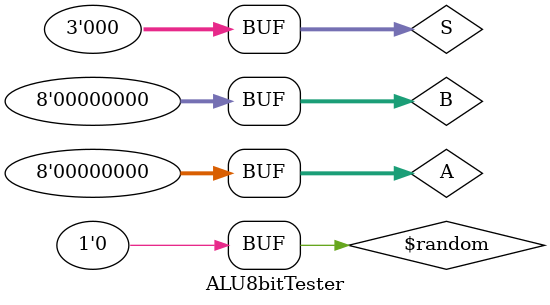
<source format=v>


`timescale 1ns/100ps

module ALU8bitTester;
  
  // Define inputs and outputs:
  
  reg [7:0] A, B;
  reg [2:0]    S;
  
  wire [7:0]   R;
  wire        Co;
  
  // Instantiate the ALU.
  
  ALU8bit UUT (A,B,S,R,Co);
    
  // Initialize all registers to = 0.
  
  initial begin
    A = 0; B = 0; S = 0;
  end
  
  // Create an asynchronous simulation which will depend on hardcoded
  // timings, to ensure ALU functionality:
  
  initial begin
    
    // Perform the ALU functions each 1 time, on random input.
    
    repeat (8) begin
    
      A = $random;
      B = $random / 2;
      
      // Wait 25 ns before changing the ALU state and input variables:
      
      #25;
      
      S = S + 1;
    
    end
  end 
   
endmodule
</source>
